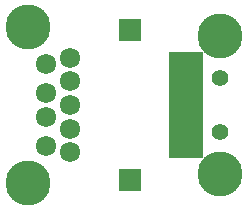
<source format=gbr>
G04 #@! TF.GenerationSoftware,KiCad,Pcbnew,(5.0-dev-4115-gdd04bcb)*
G04 #@! TF.CreationDate,2018-06-11T00:34:32-07:00*
G04 #@! TF.ProjectId,USB-Voltage-Probe,5553422D566F6C746167652D50726F62,rev?*
G04 #@! TF.SameCoordinates,Original*
G04 #@! TF.FileFunction,Soldermask,Top*
G04 #@! TF.FilePolarity,Negative*
%FSLAX46Y46*%
G04 Gerber Fmt 4.6, Leading zero omitted, Abs format (unit mm)*
G04 Created by KiCad (PCBNEW (5.0-dev-4115-gdd04bcb)) date Monday, June 11, 2018 at 12:34:32 AM*
%MOMM*%
%LPD*%
G01*
G04 APERTURE LIST*
%ADD10R,1.900000X1.900000*%
%ADD11C,1.724000*%
%ADD12C,3.800000*%
%ADD13R,2.980000X1.000000*%
%ADD14C,1.400000*%
G04 APERTURE END LIST*
D10*
X154940000Y-60960000D03*
X154940000Y-48260000D03*
D11*
X149860000Y-54610000D03*
X149860000Y-52610000D03*
X149860000Y-50610000D03*
X149860000Y-56610000D03*
X149860000Y-58610000D03*
X147860000Y-51110000D03*
X147860000Y-53610000D03*
X147860000Y-55610000D03*
X147860000Y-58110000D03*
D12*
X146360000Y-61180000D03*
X146360000Y-48040000D03*
D13*
X159710000Y-54610000D03*
X159710000Y-53610000D03*
X159710000Y-52610000D03*
X159710000Y-51610000D03*
X159710000Y-55610000D03*
X159710000Y-56610000D03*
X159710000Y-57610000D03*
X159710000Y-50610000D03*
X159710000Y-58610000D03*
D12*
X162550000Y-48760000D03*
X162550000Y-60460000D03*
D14*
X162550000Y-52360000D03*
X162550000Y-56860000D03*
M02*

</source>
